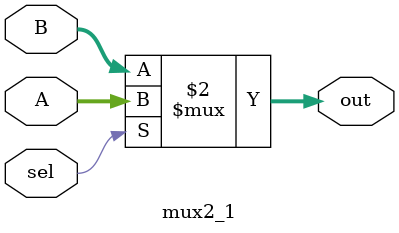
<source format=v>
module mux2_1
#(parameter N = 8)
(
	input wire [N-1:0] A,
	input wire [N-1:0] B,
	input wire sel,
	output wire [N-1:0] out
);
assign out = (sel==1) ? A : B;
endmodule
</source>
